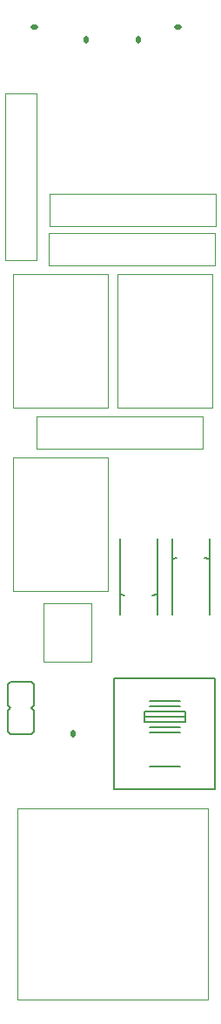
<source format=gto>
G75*
%MOIN*%
%OFA0B0*%
%FSLAX25Y25*%
%IPPOS*%
%LPD*%
%AMOC8*
5,1,8,0,0,1.08239X$1,22.5*
%
%ADD10C,0.00800*%
%ADD11C,0.00197*%
%ADD12C,0.00600*%
%ADD13C,0.02000*%
D10*
X0155050Y0128673D02*
X0155050Y0171193D01*
X0193633Y0171193D01*
X0193633Y0128673D01*
X0155050Y0128673D01*
X0166468Y0154461D02*
X0182216Y0154461D01*
X0182216Y0156429D01*
X0166468Y0156429D01*
X0166468Y0158398D01*
X0182216Y0158398D01*
X0182216Y0156429D01*
X0180247Y0152492D02*
X0168436Y0152492D01*
X0168436Y0150524D02*
X0180247Y0150524D01*
X0180247Y0160366D02*
X0168436Y0160366D01*
X0168436Y0162335D02*
X0180247Y0162335D01*
X0180247Y0137531D02*
X0168436Y0137531D01*
X0166468Y0154461D02*
X0166468Y0156429D01*
X0171625Y0195563D02*
X0171625Y0224303D01*
X0177058Y0224303D02*
X0177058Y0195563D01*
X0171232Y0203240D02*
X0169657Y0202846D01*
X0177452Y0216626D02*
X0179027Y0217020D01*
X0189657Y0217020D02*
X0191232Y0216626D01*
X0191625Y0224303D02*
X0191625Y0195563D01*
X0159027Y0202846D02*
X0157452Y0203240D01*
X0157058Y0195563D02*
X0157058Y0224303D01*
D11*
X0152550Y0204441D02*
X0116133Y0204441D01*
X0116133Y0255425D01*
X0152550Y0255425D01*
X0152550Y0204441D01*
X0146350Y0199854D02*
X0127885Y0199854D01*
X0127885Y0177413D01*
X0146350Y0177413D01*
X0146350Y0199854D01*
X0125255Y0258929D02*
X0125255Y0270937D01*
X0188936Y0270937D01*
X0188936Y0258929D01*
X0125255Y0258929D01*
X0116133Y0274441D02*
X0152550Y0274441D01*
X0152550Y0325425D01*
X0116133Y0325425D01*
X0116133Y0274441D01*
X0129747Y0328929D02*
X0129747Y0340937D01*
X0193428Y0340937D01*
X0193428Y0328929D01*
X0129747Y0328929D01*
X0125346Y0330846D02*
X0113338Y0330846D01*
X0113338Y0394528D01*
X0125346Y0394528D01*
X0125346Y0330846D01*
X0130255Y0343929D02*
X0130255Y0355937D01*
X0193936Y0355937D01*
X0193936Y0343929D01*
X0130255Y0343929D01*
X0156133Y0325425D02*
X0192550Y0325425D01*
X0192550Y0274441D01*
X0156133Y0274441D01*
X0156133Y0325425D01*
X0190759Y0121350D02*
X0117924Y0121350D01*
X0117924Y0048516D01*
X0190759Y0048516D01*
X0190759Y0121350D01*
D12*
X0123342Y0149933D02*
X0115342Y0149933D01*
X0114342Y0150933D01*
X0114342Y0158933D01*
X0115342Y0159933D01*
X0114342Y0160933D01*
X0114342Y0168933D01*
X0115342Y0169933D01*
X0123342Y0169933D01*
X0124342Y0168933D01*
X0124342Y0160933D01*
X0123342Y0159933D01*
X0124342Y0158933D01*
X0124342Y0150933D01*
X0123342Y0149933D01*
D13*
X0139342Y0149433D02*
X0139342Y0150433D01*
X0144342Y0414433D02*
X0144342Y0415433D01*
X0124842Y0419933D02*
X0123842Y0419933D01*
X0164342Y0415433D02*
X0164342Y0414433D01*
X0178842Y0419933D02*
X0179842Y0419933D01*
M02*

</source>
